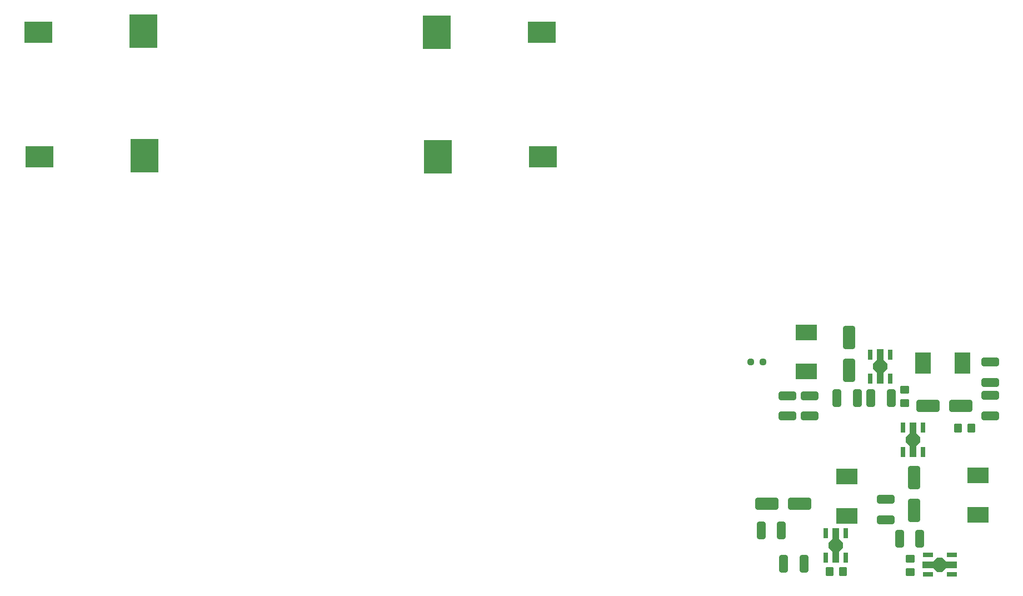
<source format=gbp>
G04 #@! TF.GenerationSoftware,KiCad,Pcbnew,7.0.10-7.0.10~ubuntu22.04.1*
G04 #@! TF.CreationDate,2025-04-10T19:03:43-06:00*
G04 #@! TF.ProjectId,OAC,4f41432e-6b69-4636-9164-5f7063625858,rev?*
G04 #@! TF.SameCoordinates,Original*
G04 #@! TF.FileFunction,Paste,Bot*
G04 #@! TF.FilePolarity,Positive*
%FSLAX46Y46*%
G04 Gerber Fmt 4.6, Leading zero omitted, Abs format (unit mm)*
G04 Created by KiCad (PCBNEW 7.0.10-7.0.10~ubuntu22.04.1) date 2025-04-10 19:03:43*
%MOMM*%
%LPD*%
G01*
G04 APERTURE LIST*
G04 Aperture macros list*
%AMRoundRect*
0 Rectangle with rounded corners*
0 $1 Rounding radius*
0 $2 $3 $4 $5 $6 $7 $8 $9 X,Y pos of 4 corners*
0 Add a 4 corners polygon primitive as box body*
4,1,4,$2,$3,$4,$5,$6,$7,$8,$9,$2,$3,0*
0 Add four circle primitives for the rounded corners*
1,1,$1+$1,$2,$3*
1,1,$1+$1,$4,$5*
1,1,$1+$1,$6,$7*
1,1,$1+$1,$8,$9*
0 Add four rect primitives between the rounded corners*
20,1,$1+$1,$2,$3,$4,$5,0*
20,1,$1+$1,$4,$5,$6,$7,0*
20,1,$1+$1,$6,$7,$8,$9,0*
20,1,$1+$1,$8,$9,$2,$3,0*%
%AMFreePoly0*
4,1,17,0.500000,0.989801,1.044902,0.444901,1.063500,0.400000,1.063500,-0.400000,1.044902,-0.444901,0.500000,-0.989801,0.500000,-2.600000,-0.500000,-2.600000,-0.500000,-0.989802,-1.044901,-0.444901,-1.063500,-0.400000,-1.063500,0.400000,-1.044901,0.444901,-0.500000,0.989802,-0.500000,2.600000,0.500000,2.600000,0.500000,0.989801,0.500000,0.989801,$1*%
G04 Aperture macros list end*
%ADD10RoundRect,0.250000X0.650000X-1.500000X0.650000X1.500000X-0.650000X1.500000X-0.650000X-1.500000X0*%
%ADD11RoundRect,0.250000X0.350000X0.450000X-0.350000X0.450000X-0.350000X-0.450000X0.350000X-0.450000X0*%
%ADD12RoundRect,0.250000X1.075000X-0.400000X1.075000X0.400000X-1.075000X0.400000X-1.075000X-0.400000X0*%
%ADD13RoundRect,0.250000X1.500000X0.650000X-1.500000X0.650000X-1.500000X-0.650000X1.500000X-0.650000X0*%
%ADD14R,3.251200X2.489200*%
%ADD15RoundRect,0.250000X0.400000X1.075000X-0.400000X1.075000X-0.400000X-1.075000X0.400000X-1.075000X0*%
%ADD16RoundRect,0.237500X-0.250000X-0.237500X0.250000X-0.237500X0.250000X0.237500X-0.250000X0.237500X0*%
%ADD17RoundRect,0.250000X0.450000X-0.350000X0.450000X0.350000X-0.450000X0.350000X-0.450000X-0.350000X0*%
%ADD18R,0.700000X1.500000*%
%ADD19FreePoly0,0.000000*%
%ADD20RoundRect,0.250000X-0.450000X0.350000X-0.450000X-0.350000X0.450000X-0.350000X0.450000X0.350000X0*%
%ADD21RoundRect,0.250000X-1.500000X-0.650000X1.500000X-0.650000X1.500000X0.650000X-1.500000X0.650000X0*%
%ADD22RoundRect,0.250000X-0.400000X-1.075000X0.400000X-1.075000X0.400000X1.075000X-0.400000X1.075000X0*%
%ADD23R,2.489200X3.251200*%
%ADD24R,4.240000X5.200000*%
%ADD25R,4.240000X3.300000*%
%ADD26RoundRect,0.250000X-0.350000X-0.450000X0.350000X-0.450000X0.350000X0.450000X-0.350000X0.450000X0*%
%ADD27R,1.500000X0.700000*%
%ADD28FreePoly0,270.000000*%
%ADD29RoundRect,0.250000X-1.075000X0.400000X-1.075000X-0.400000X1.075000X-0.400000X1.075000X0.400000X0*%
G04 APERTURE END LIST*
D10*
X262149998Y-179240000D03*
X262149998Y-174240000D03*
D11*
X270859998Y-166740000D03*
X268859998Y-166740000D03*
D12*
X242889998Y-164880000D03*
X242889998Y-161780000D03*
D13*
X269299998Y-163300000D03*
X264299998Y-163300000D03*
D14*
X245749998Y-158114400D03*
X245749998Y-152120000D03*
D15*
X241949998Y-182340000D03*
X238849998Y-182340000D03*
D16*
X237307498Y-156610000D03*
X239132498Y-156610000D03*
D10*
X252279998Y-157910000D03*
X252279998Y-152910000D03*
D17*
X260699998Y-162880000D03*
X260699998Y-160880000D03*
D18*
X255499998Y-155510000D03*
D19*
X256999998Y-157360000D03*
D18*
X258499998Y-155510000D03*
X258499998Y-159210000D03*
X255499998Y-159210000D03*
X248719998Y-182720000D03*
D19*
X250219998Y-184570000D03*
D18*
X251719998Y-182720000D03*
X251719998Y-186420000D03*
X248719998Y-186420000D03*
D12*
X246270000Y-164900000D03*
X246270000Y-161800000D03*
D20*
X261569998Y-186630000D03*
X261569998Y-188630000D03*
D21*
X239742498Y-178240000D03*
X244742498Y-178240000D03*
D22*
X259959998Y-183590000D03*
X263059998Y-183590000D03*
D14*
X271919998Y-179914400D03*
X271919998Y-173920000D03*
X251919998Y-174072800D03*
X251919998Y-180067200D03*
D23*
X269547198Y-156790000D03*
X263552798Y-156790000D03*
D12*
X273779998Y-159770000D03*
X273779998Y-156670000D03*
D22*
X242269998Y-187350000D03*
X245369998Y-187350000D03*
D12*
X257839998Y-180650000D03*
X257839998Y-177550000D03*
D15*
X253539998Y-162140000D03*
X250439998Y-162140000D03*
D22*
X255569998Y-162150000D03*
X258669998Y-162150000D03*
D24*
X144740000Y-106292500D03*
D25*
X128730000Y-106479544D03*
X205455000Y-106462500D03*
D24*
X189445000Y-106462500D03*
D26*
X249339998Y-188570000D03*
X251339998Y-188570000D03*
D24*
X144922500Y-125257044D03*
D25*
X128912500Y-125444088D03*
X205637500Y-125427044D03*
D24*
X189627500Y-125427044D03*
D18*
X260521748Y-166624250D03*
D19*
X262021748Y-168474250D03*
D18*
X263521748Y-166624250D03*
X263521748Y-170324250D03*
X260521748Y-170324250D03*
D27*
X267959998Y-186030000D03*
D28*
X266109998Y-187530000D03*
D27*
X267959998Y-189030000D03*
X264259998Y-189030000D03*
X264259998Y-186030000D03*
D29*
X273779998Y-161730000D03*
X273779998Y-164830000D03*
M02*

</source>
